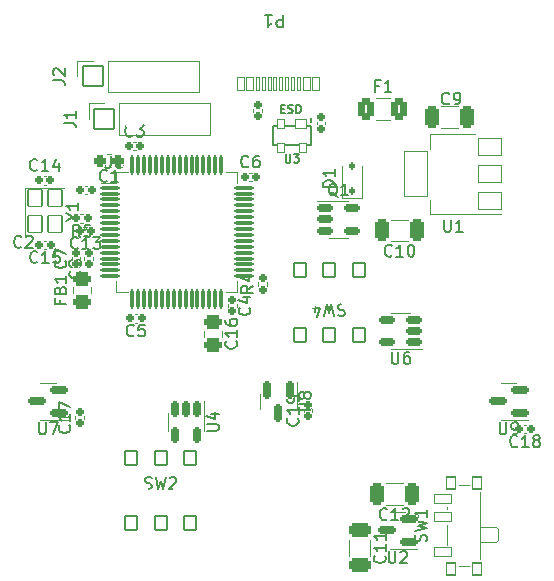
<source format=gbr>
%TF.GenerationSoftware,KiCad,Pcbnew,(7.0.0-0)*%
%TF.CreationDate,2023-03-26T23:48:35-05:00*%
%TF.ProjectId,RP2040_minimal,52503230-3430-45f6-9d69-6e696d616c2e,REV1*%
%TF.SameCoordinates,Original*%
%TF.FileFunction,Legend,Top*%
%TF.FilePolarity,Positive*%
%FSLAX46Y46*%
G04 Gerber Fmt 4.6, Leading zero omitted, Abs format (unit mm)*
G04 Created by KiCad (PCBNEW (7.0.0-0)) date 2023-03-26 23:48:35*
%MOMM*%
%LPD*%
G01*
G04 APERTURE LIST*
G04 Aperture macros list*
%AMRoundRect*
0 Rectangle with rounded corners*
0 $1 Rounding radius*
0 $2 $3 $4 $5 $6 $7 $8 $9 X,Y pos of 4 corners*
0 Add a 4 corners polygon primitive as box body*
4,1,4,$2,$3,$4,$5,$6,$7,$8,$9,$2,$3,0*
0 Add four circle primitives for the rounded corners*
1,1,$1+$1,$2,$3*
1,1,$1+$1,$4,$5*
1,1,$1+$1,$6,$7*
1,1,$1+$1,$8,$9*
0 Add four rect primitives between the rounded corners*
20,1,$1+$1,$2,$3,$4,$5,0*
20,1,$1+$1,$4,$5,$6,$7,0*
20,1,$1+$1,$6,$7,$8,$9,0*
20,1,$1+$1,$8,$9,$2,$3,0*%
G04 Aperture macros list end*
%ADD10C,0.150000*%
%ADD11C,0.120000*%
%ADD12RoundRect,0.201000X0.512500X0.150000X-0.512500X0.150000X-0.512500X-0.150000X0.512500X-0.150000X0*%
%ADD13RoundRect,0.301000X0.475000X-0.250000X0.475000X0.250000X-0.475000X0.250000X-0.475000X-0.250000X0*%
%ADD14RoundRect,0.276000X0.225000X0.250000X-0.225000X0.250000X-0.225000X-0.250000X0.225000X-0.250000X0*%
%ADD15RoundRect,0.201000X-0.512500X-0.150000X0.512500X-0.150000X0.512500X0.150000X-0.512500X0.150000X0*%
%ADD16RoundRect,0.051000X0.300000X0.575000X-0.300000X0.575000X-0.300000X-0.575000X0.300000X-0.575000X0*%
%ADD17RoundRect,0.051000X0.150000X0.575000X-0.150000X0.575000X-0.150000X-0.575000X0.150000X-0.575000X0*%
%ADD18O,1.102000X1.902000*%
%ADD19O,1.102000X2.302000*%
%ADD20RoundRect,0.191000X0.140000X0.170000X-0.140000X0.170000X-0.140000X-0.170000X0.140000X-0.170000X0*%
%ADD21RoundRect,0.051000X0.400000X-0.500000X0.400000X0.500000X-0.400000X0.500000X-0.400000X-0.500000X0*%
%ADD22C,1.002000*%
%ADD23RoundRect,0.051000X0.750000X-0.350000X0.750000X0.350000X-0.750000X0.350000X-0.750000X-0.350000X0*%
%ADD24RoundRect,0.201000X0.587500X0.150000X-0.587500X0.150000X-0.587500X-0.150000X0.587500X-0.150000X0*%
%ADD25RoundRect,0.051000X-0.600000X0.700000X-0.600000X-0.700000X0.600000X-0.700000X0.600000X0.700000X0*%
%ADD26RoundRect,0.050000X0.500000X0.350000X-0.500000X0.350000X-0.500000X-0.350000X0.500000X-0.350000X0*%
%ADD27RoundRect,0.050000X0.300000X0.350000X-0.300000X0.350000X-0.300000X-0.350000X0.300000X-0.350000X0*%
%ADD28RoundRect,0.301000X-0.325000X-0.650000X0.325000X-0.650000X0.325000X0.650000X-0.325000X0.650000X0*%
%ADD29RoundRect,0.191000X-0.170000X0.140000X-0.170000X-0.140000X0.170000X-0.140000X0.170000X0.140000X0*%
%ADD30RoundRect,0.301000X-0.650000X0.325000X-0.650000X-0.325000X0.650000X-0.325000X0.650000X0.325000X0*%
%ADD31RoundRect,0.051000X0.500000X0.600000X-0.500000X0.600000X-0.500000X-0.600000X0.500000X-0.600000X0*%
%ADD32RoundRect,0.051000X1.000000X0.750000X-1.000000X0.750000X-1.000000X-0.750000X1.000000X-0.750000X0*%
%ADD33RoundRect,0.051000X1.000000X1.900000X-1.000000X1.900000X-1.000000X-1.900000X1.000000X-1.900000X0*%
%ADD34RoundRect,0.191000X0.170000X-0.140000X0.170000X0.140000X-0.170000X0.140000X-0.170000X-0.140000X0*%
%ADD35RoundRect,0.301000X0.325000X0.650000X-0.325000X0.650000X-0.325000X-0.650000X0.325000X-0.650000X0*%
%ADD36RoundRect,0.051000X-0.500000X-0.600000X0.500000X-0.600000X0.500000X0.600000X-0.500000X0.600000X0*%
%ADD37RoundRect,0.191000X-0.140000X-0.170000X0.140000X-0.170000X0.140000X0.170000X-0.140000X0.170000X0*%
%ADD38RoundRect,0.051000X0.850000X-0.850000X0.850000X0.850000X-0.850000X0.850000X-0.850000X-0.850000X0*%
%ADD39O,1.802000X1.802000*%
%ADD40RoundRect,0.186000X0.135000X0.185000X-0.135000X0.185000X-0.135000X-0.185000X0.135000X-0.185000X0*%
%ADD41RoundRect,0.201000X-0.150000X0.587500X-0.150000X-0.587500X0.150000X-0.587500X0.150000X0.587500X0*%
%ADD42RoundRect,0.201000X-0.150000X0.512500X-0.150000X-0.512500X0.150000X-0.512500X0.150000X0.512500X0*%
%ADD43RoundRect,0.163500X0.112500X-0.187500X0.112500X0.187500X-0.112500X0.187500X-0.112500X-0.187500X0*%
%ADD44RoundRect,0.186000X0.185000X-0.135000X0.185000X0.135000X-0.185000X0.135000X-0.185000X-0.135000X0*%
%ADD45RoundRect,0.126000X-0.700000X-0.075000X0.700000X-0.075000X0.700000X0.075000X-0.700000X0.075000X0*%
%ADD46RoundRect,0.126000X-0.075000X-0.700000X0.075000X-0.700000X0.075000X0.700000X-0.075000X0.700000X0*%
%ADD47RoundRect,0.301000X-0.375000X-0.625000X0.375000X-0.625000X0.375000X0.625000X-0.375000X0.625000X0*%
%ADD48RoundRect,0.301000X-0.475000X0.250000X-0.475000X-0.250000X0.475000X-0.250000X0.475000X0.250000X0*%
%ADD49C,3.302000*%
%ADD50C,1.802000*%
G04 APERTURE END LIST*
D10*
%TO.C,U6*%
X9598095Y4202620D02*
X9598095Y3393096D01*
X9598095Y3393096D02*
X9645714Y3297858D01*
X9645714Y3297858D02*
X9693333Y3250239D01*
X9693333Y3250239D02*
X9788571Y3202620D01*
X9788571Y3202620D02*
X9979047Y3202620D01*
X9979047Y3202620D02*
X10074285Y3250239D01*
X10074285Y3250239D02*
X10121904Y3297858D01*
X10121904Y3297858D02*
X10169523Y3393096D01*
X10169523Y3393096D02*
X10169523Y4202620D01*
X11074285Y4202620D02*
X10883809Y4202620D01*
X10883809Y4202620D02*
X10788571Y4155000D01*
X10788571Y4155000D02*
X10740952Y4107381D01*
X10740952Y4107381D02*
X10645714Y3964524D01*
X10645714Y3964524D02*
X10598095Y3774048D01*
X10598095Y3774048D02*
X10598095Y3393096D01*
X10598095Y3393096D02*
X10645714Y3297858D01*
X10645714Y3297858D02*
X10693333Y3250239D01*
X10693333Y3250239D02*
X10788571Y3202620D01*
X10788571Y3202620D02*
X10979047Y3202620D01*
X10979047Y3202620D02*
X11074285Y3250239D01*
X11074285Y3250239D02*
X11121904Y3297858D01*
X11121904Y3297858D02*
X11169523Y3393096D01*
X11169523Y3393096D02*
X11169523Y3631191D01*
X11169523Y3631191D02*
X11121904Y3726429D01*
X11121904Y3726429D02*
X11074285Y3774048D01*
X11074285Y3774048D02*
X10979047Y3821667D01*
X10979047Y3821667D02*
X10788571Y3821667D01*
X10788571Y3821667D02*
X10693333Y3774048D01*
X10693333Y3774048D02*
X10645714Y3726429D01*
X10645714Y3726429D02*
X10598095Y3631191D01*
%TO.C,FB1*%
X-18466429Y8576667D02*
X-18466429Y8243334D01*
X-17942620Y8243334D02*
X-18942620Y8243334D01*
X-18942620Y8243334D02*
X-18942620Y8719524D01*
X-18466429Y9433810D02*
X-18418810Y9576667D01*
X-18418810Y9576667D02*
X-18371191Y9624286D01*
X-18371191Y9624286D02*
X-18275953Y9671905D01*
X-18275953Y9671905D02*
X-18133096Y9671905D01*
X-18133096Y9671905D02*
X-18037858Y9624286D01*
X-18037858Y9624286D02*
X-17990239Y9576667D01*
X-17990239Y9576667D02*
X-17942620Y9481429D01*
X-17942620Y9481429D02*
X-17942620Y9100477D01*
X-17942620Y9100477D02*
X-18942620Y9100477D01*
X-18942620Y9100477D02*
X-18942620Y9433810D01*
X-18942620Y9433810D02*
X-18895000Y9529048D01*
X-18895000Y9529048D02*
X-18847381Y9576667D01*
X-18847381Y9576667D02*
X-18752143Y9624286D01*
X-18752143Y9624286D02*
X-18656905Y9624286D01*
X-18656905Y9624286D02*
X-18561667Y9576667D01*
X-18561667Y9576667D02*
X-18514048Y9529048D01*
X-18514048Y9529048D02*
X-18466429Y9433810D01*
X-18466429Y9433810D02*
X-18466429Y9100477D01*
X-17942620Y10624286D02*
X-17942620Y10052858D01*
X-17942620Y10338572D02*
X-18942620Y10338572D01*
X-18942620Y10338572D02*
X-18799762Y10243334D01*
X-18799762Y10243334D02*
X-18704524Y10148096D01*
X-18704524Y10148096D02*
X-18656905Y10052858D01*
%TO.C,C1*%
X-14516667Y18697858D02*
X-14564286Y18650239D01*
X-14564286Y18650239D02*
X-14707143Y18602620D01*
X-14707143Y18602620D02*
X-14802381Y18602620D01*
X-14802381Y18602620D02*
X-14945238Y18650239D01*
X-14945238Y18650239D02*
X-15040476Y18745477D01*
X-15040476Y18745477D02*
X-15088095Y18840715D01*
X-15088095Y18840715D02*
X-15135714Y19031191D01*
X-15135714Y19031191D02*
X-15135714Y19174048D01*
X-15135714Y19174048D02*
X-15088095Y19364524D01*
X-15088095Y19364524D02*
X-15040476Y19459762D01*
X-15040476Y19459762D02*
X-14945238Y19555000D01*
X-14945238Y19555000D02*
X-14802381Y19602620D01*
X-14802381Y19602620D02*
X-14707143Y19602620D01*
X-14707143Y19602620D02*
X-14564286Y19555000D01*
X-14564286Y19555000D02*
X-14516667Y19507381D01*
X-13564286Y18602620D02*
X-14135714Y18602620D01*
X-13850000Y18602620D02*
X-13850000Y19602620D01*
X-13850000Y19602620D02*
X-13945238Y19459762D01*
X-13945238Y19459762D02*
X-14040476Y19364524D01*
X-14040476Y19364524D02*
X-14135714Y19316905D01*
%TO.C,Q1*%
X5012261Y17352381D02*
X4917023Y17400000D01*
X4917023Y17400000D02*
X4821785Y17495239D01*
X4821785Y17495239D02*
X4678928Y17638096D01*
X4678928Y17638096D02*
X4583690Y17685715D01*
X4583690Y17685715D02*
X4488452Y17685715D01*
X4536071Y17447620D02*
X4440833Y17495239D01*
X4440833Y17495239D02*
X4345595Y17590477D01*
X4345595Y17590477D02*
X4297976Y17780953D01*
X4297976Y17780953D02*
X4297976Y18114286D01*
X4297976Y18114286D02*
X4345595Y18304762D01*
X4345595Y18304762D02*
X4440833Y18400000D01*
X4440833Y18400000D02*
X4536071Y18447620D01*
X4536071Y18447620D02*
X4726547Y18447620D01*
X4726547Y18447620D02*
X4821785Y18400000D01*
X4821785Y18400000D02*
X4917023Y18304762D01*
X4917023Y18304762D02*
X4964642Y18114286D01*
X4964642Y18114286D02*
X4964642Y17780953D01*
X4964642Y17780953D02*
X4917023Y17590477D01*
X4917023Y17590477D02*
X4821785Y17495239D01*
X4821785Y17495239D02*
X4726547Y17447620D01*
X4726547Y17447620D02*
X4536071Y17447620D01*
X5917023Y17447620D02*
X5345595Y17447620D01*
X5631309Y17447620D02*
X5631309Y18447620D01*
X5631309Y18447620D02*
X5536071Y18304762D01*
X5536071Y18304762D02*
X5440833Y18209524D01*
X5440833Y18209524D02*
X5345595Y18161905D01*
%TO.C,P1*%
X388094Y32737381D02*
X388094Y31737381D01*
X388094Y31737381D02*
X7142Y31737381D01*
X7142Y31737381D02*
X-88096Y31785000D01*
X-88096Y31785000D02*
X-135715Y31832620D01*
X-135715Y31832620D02*
X-183334Y31927858D01*
X-183334Y31927858D02*
X-183334Y32070715D01*
X-183334Y32070715D02*
X-135715Y32165953D01*
X-135715Y32165953D02*
X-88096Y32213572D01*
X-88096Y32213572D02*
X7142Y32261191D01*
X7142Y32261191D02*
X388094Y32261191D01*
X-1135715Y32737381D02*
X-564287Y32737381D01*
X-850001Y32737381D02*
X-850001Y31737381D01*
X-850001Y31737381D02*
X-754763Y31880239D01*
X-754763Y31880239D02*
X-659525Y31975477D01*
X-659525Y31975477D02*
X-564287Y32023096D01*
%TO.C,C5*%
X-12226667Y5607858D02*
X-12274286Y5560239D01*
X-12274286Y5560239D02*
X-12417143Y5512620D01*
X-12417143Y5512620D02*
X-12512381Y5512620D01*
X-12512381Y5512620D02*
X-12655238Y5560239D01*
X-12655238Y5560239D02*
X-12750476Y5655477D01*
X-12750476Y5655477D02*
X-12798095Y5750715D01*
X-12798095Y5750715D02*
X-12845714Y5941191D01*
X-12845714Y5941191D02*
X-12845714Y6084048D01*
X-12845714Y6084048D02*
X-12798095Y6274524D01*
X-12798095Y6274524D02*
X-12750476Y6369762D01*
X-12750476Y6369762D02*
X-12655238Y6465000D01*
X-12655238Y6465000D02*
X-12512381Y6512620D01*
X-12512381Y6512620D02*
X-12417143Y6512620D01*
X-12417143Y6512620D02*
X-12274286Y6465000D01*
X-12274286Y6465000D02*
X-12226667Y6417381D01*
X-11321905Y6512620D02*
X-11798095Y6512620D01*
X-11798095Y6512620D02*
X-11845714Y6036429D01*
X-11845714Y6036429D02*
X-11798095Y6084048D01*
X-11798095Y6084048D02*
X-11702857Y6131667D01*
X-11702857Y6131667D02*
X-11464762Y6131667D01*
X-11464762Y6131667D02*
X-11369524Y6084048D01*
X-11369524Y6084048D02*
X-11321905Y6036429D01*
X-11321905Y6036429D02*
X-11274286Y5941191D01*
X-11274286Y5941191D02*
X-11274286Y5703096D01*
X-11274286Y5703096D02*
X-11321905Y5607858D01*
X-11321905Y5607858D02*
X-11369524Y5560239D01*
X-11369524Y5560239D02*
X-11464762Y5512620D01*
X-11464762Y5512620D02*
X-11702857Y5512620D01*
X-11702857Y5512620D02*
X-11798095Y5560239D01*
X-11798095Y5560239D02*
X-11845714Y5607858D01*
%TO.C,SW1*%
X12499761Y-11853332D02*
X12547380Y-11710475D01*
X12547380Y-11710475D02*
X12547380Y-11472380D01*
X12547380Y-11472380D02*
X12499761Y-11377142D01*
X12499761Y-11377142D02*
X12452142Y-11329523D01*
X12452142Y-11329523D02*
X12356904Y-11281904D01*
X12356904Y-11281904D02*
X12261666Y-11281904D01*
X12261666Y-11281904D02*
X12166428Y-11329523D01*
X12166428Y-11329523D02*
X12118809Y-11377142D01*
X12118809Y-11377142D02*
X12071190Y-11472380D01*
X12071190Y-11472380D02*
X12023571Y-11662856D01*
X12023571Y-11662856D02*
X11975952Y-11758094D01*
X11975952Y-11758094D02*
X11928333Y-11805713D01*
X11928333Y-11805713D02*
X11833095Y-11853332D01*
X11833095Y-11853332D02*
X11737857Y-11853332D01*
X11737857Y-11853332D02*
X11642619Y-11805713D01*
X11642619Y-11805713D02*
X11595000Y-11758094D01*
X11595000Y-11758094D02*
X11547380Y-11662856D01*
X11547380Y-11662856D02*
X11547380Y-11424761D01*
X11547380Y-11424761D02*
X11595000Y-11281904D01*
X11547380Y-10948570D02*
X12547380Y-10710475D01*
X12547380Y-10710475D02*
X11833095Y-10519999D01*
X11833095Y-10519999D02*
X12547380Y-10329523D01*
X12547380Y-10329523D02*
X11547380Y-10091428D01*
X12547380Y-9186666D02*
X12547380Y-9758094D01*
X12547380Y-9472380D02*
X11547380Y-9472380D01*
X11547380Y-9472380D02*
X11690238Y-9567618D01*
X11690238Y-9567618D02*
X11785476Y-9662856D01*
X11785476Y-9662856D02*
X11833095Y-9758094D01*
%TO.C,U9*%
X18738095Y-1767380D02*
X18738095Y-2576904D01*
X18738095Y-2576904D02*
X18785714Y-2672142D01*
X18785714Y-2672142D02*
X18833333Y-2719761D01*
X18833333Y-2719761D02*
X18928571Y-2767380D01*
X18928571Y-2767380D02*
X19119047Y-2767380D01*
X19119047Y-2767380D02*
X19214285Y-2719761D01*
X19214285Y-2719761D02*
X19261904Y-2672142D01*
X19261904Y-2672142D02*
X19309523Y-2576904D01*
X19309523Y-2576904D02*
X19309523Y-1767380D01*
X19833333Y-2767380D02*
X20023809Y-2767380D01*
X20023809Y-2767380D02*
X20119047Y-2719761D01*
X20119047Y-2719761D02*
X20166666Y-2672142D01*
X20166666Y-2672142D02*
X20261904Y-2529285D01*
X20261904Y-2529285D02*
X20309523Y-2338809D01*
X20309523Y-2338809D02*
X20309523Y-1957857D01*
X20309523Y-1957857D02*
X20261904Y-1862619D01*
X20261904Y-1862619D02*
X20214285Y-1815000D01*
X20214285Y-1815000D02*
X20119047Y-1767380D01*
X20119047Y-1767380D02*
X19928571Y-1767380D01*
X19928571Y-1767380D02*
X19833333Y-1815000D01*
X19833333Y-1815000D02*
X19785714Y-1862619D01*
X19785714Y-1862619D02*
X19738095Y-1957857D01*
X19738095Y-1957857D02*
X19738095Y-2195952D01*
X19738095Y-2195952D02*
X19785714Y-2291190D01*
X19785714Y-2291190D02*
X19833333Y-2338809D01*
X19833333Y-2338809D02*
X19928571Y-2386428D01*
X19928571Y-2386428D02*
X20119047Y-2386428D01*
X20119047Y-2386428D02*
X20214285Y-2338809D01*
X20214285Y-2338809D02*
X20261904Y-2291190D01*
X20261904Y-2291190D02*
X20309523Y-2195952D01*
%TO.C,U2*%
X9338095Y-12677380D02*
X9338095Y-13486904D01*
X9338095Y-13486904D02*
X9385714Y-13582142D01*
X9385714Y-13582142D02*
X9433333Y-13629761D01*
X9433333Y-13629761D02*
X9528571Y-13677380D01*
X9528571Y-13677380D02*
X9719047Y-13677380D01*
X9719047Y-13677380D02*
X9814285Y-13629761D01*
X9814285Y-13629761D02*
X9861904Y-13582142D01*
X9861904Y-13582142D02*
X9909523Y-13486904D01*
X9909523Y-13486904D02*
X9909523Y-12677380D01*
X10338095Y-12772619D02*
X10385714Y-12725000D01*
X10385714Y-12725000D02*
X10480952Y-12677380D01*
X10480952Y-12677380D02*
X10719047Y-12677380D01*
X10719047Y-12677380D02*
X10814285Y-12725000D01*
X10814285Y-12725000D02*
X10861904Y-12772619D01*
X10861904Y-12772619D02*
X10909523Y-12867857D01*
X10909523Y-12867857D02*
X10909523Y-12963095D01*
X10909523Y-12963095D02*
X10861904Y-13105952D01*
X10861904Y-13105952D02*
X10290476Y-13677380D01*
X10290476Y-13677380D02*
X10909523Y-13677380D01*
%TO.C,Y1*%
X-17418810Y15628810D02*
X-16942620Y15628810D01*
X-17942620Y15295477D02*
X-17418810Y15628810D01*
X-17418810Y15628810D02*
X-17942620Y15962143D01*
X-16942620Y16819286D02*
X-16942620Y16247858D01*
X-16942620Y16533572D02*
X-17942620Y16533572D01*
X-17942620Y16533572D02*
X-17799762Y16438334D01*
X-17799762Y16438334D02*
X-17704524Y16343096D01*
X-17704524Y16343096D02*
X-17656905Y16247858D01*
%TO.C,U3*%
X626666Y20922834D02*
X626666Y20356167D01*
X626666Y20356167D02*
X660000Y20289500D01*
X660000Y20289500D02*
X693333Y20256167D01*
X693333Y20256167D02*
X760000Y20222834D01*
X760000Y20222834D02*
X893333Y20222834D01*
X893333Y20222834D02*
X960000Y20256167D01*
X960000Y20256167D02*
X993333Y20289500D01*
X993333Y20289500D02*
X1026666Y20356167D01*
X1026666Y20356167D02*
X1026666Y20922834D01*
X1293333Y20922834D02*
X1726666Y20922834D01*
X1726666Y20922834D02*
X1493333Y20656167D01*
X1493333Y20656167D02*
X1593333Y20656167D01*
X1593333Y20656167D02*
X1659999Y20622834D01*
X1659999Y20622834D02*
X1693333Y20589500D01*
X1693333Y20589500D02*
X1726666Y20522834D01*
X1726666Y20522834D02*
X1726666Y20356167D01*
X1726666Y20356167D02*
X1693333Y20289500D01*
X1693333Y20289500D02*
X1659999Y20256167D01*
X1659999Y20256167D02*
X1593333Y20222834D01*
X1593333Y20222834D02*
X1393333Y20222834D01*
X1393333Y20222834D02*
X1326666Y20256167D01*
X1326666Y20256167D02*
X1293333Y20289500D01*
X211666Y24784500D02*
X445000Y24784500D01*
X545000Y24417834D02*
X211666Y24417834D01*
X211666Y24417834D02*
X211666Y25117834D01*
X211666Y25117834D02*
X545000Y25117834D01*
X811666Y24451167D02*
X911666Y24417834D01*
X911666Y24417834D02*
X1078333Y24417834D01*
X1078333Y24417834D02*
X1144999Y24451167D01*
X1144999Y24451167D02*
X1178333Y24484500D01*
X1178333Y24484500D02*
X1211666Y24551167D01*
X1211666Y24551167D02*
X1211666Y24617834D01*
X1211666Y24617834D02*
X1178333Y24684500D01*
X1178333Y24684500D02*
X1144999Y24717834D01*
X1144999Y24717834D02*
X1078333Y24751167D01*
X1078333Y24751167D02*
X944999Y24784500D01*
X944999Y24784500D02*
X878333Y24817834D01*
X878333Y24817834D02*
X844999Y24851167D01*
X844999Y24851167D02*
X811666Y24917834D01*
X811666Y24917834D02*
X811666Y24984500D01*
X811666Y24984500D02*
X844999Y25051167D01*
X844999Y25051167D02*
X878333Y25084500D01*
X878333Y25084500D02*
X944999Y25117834D01*
X944999Y25117834D02*
X1111666Y25117834D01*
X1111666Y25117834D02*
X1211666Y25084500D01*
X1511666Y24417834D02*
X1511666Y25117834D01*
X1511666Y25117834D02*
X1678333Y25117834D01*
X1678333Y25117834D02*
X1778333Y25084500D01*
X1778333Y25084500D02*
X1845000Y25017834D01*
X1845000Y25017834D02*
X1878333Y24951167D01*
X1878333Y24951167D02*
X1911666Y24817834D01*
X1911666Y24817834D02*
X1911666Y24717834D01*
X1911666Y24717834D02*
X1878333Y24584500D01*
X1878333Y24584500D02*
X1845000Y24517834D01*
X1845000Y24517834D02*
X1778333Y24451167D01*
X1778333Y24451167D02*
X1678333Y24417834D01*
X1678333Y24417834D02*
X1511666Y24417834D01*
%TO.C,C9*%
X14463333Y25237858D02*
X14415714Y25190239D01*
X14415714Y25190239D02*
X14272857Y25142620D01*
X14272857Y25142620D02*
X14177619Y25142620D01*
X14177619Y25142620D02*
X14034762Y25190239D01*
X14034762Y25190239D02*
X13939524Y25285477D01*
X13939524Y25285477D02*
X13891905Y25380715D01*
X13891905Y25380715D02*
X13844286Y25571191D01*
X13844286Y25571191D02*
X13844286Y25714048D01*
X13844286Y25714048D02*
X13891905Y25904524D01*
X13891905Y25904524D02*
X13939524Y25999762D01*
X13939524Y25999762D02*
X14034762Y26095000D01*
X14034762Y26095000D02*
X14177619Y26142620D01*
X14177619Y26142620D02*
X14272857Y26142620D01*
X14272857Y26142620D02*
X14415714Y26095000D01*
X14415714Y26095000D02*
X14463333Y26047381D01*
X14939524Y25142620D02*
X15130000Y25142620D01*
X15130000Y25142620D02*
X15225238Y25190239D01*
X15225238Y25190239D02*
X15272857Y25237858D01*
X15272857Y25237858D02*
X15368095Y25380715D01*
X15368095Y25380715D02*
X15415714Y25571191D01*
X15415714Y25571191D02*
X15415714Y25952143D01*
X15415714Y25952143D02*
X15368095Y26047381D01*
X15368095Y26047381D02*
X15320476Y26095000D01*
X15320476Y26095000D02*
X15225238Y26142620D01*
X15225238Y26142620D02*
X15034762Y26142620D01*
X15034762Y26142620D02*
X14939524Y26095000D01*
X14939524Y26095000D02*
X14891905Y26047381D01*
X14891905Y26047381D02*
X14844286Y25952143D01*
X14844286Y25952143D02*
X14844286Y25714048D01*
X14844286Y25714048D02*
X14891905Y25618810D01*
X14891905Y25618810D02*
X14939524Y25571191D01*
X14939524Y25571191D02*
X15034762Y25523572D01*
X15034762Y25523572D02*
X15225238Y25523572D01*
X15225238Y25523572D02*
X15320476Y25571191D01*
X15320476Y25571191D02*
X15368095Y25618810D01*
X15368095Y25618810D02*
X15415714Y25714048D01*
%TO.C,C2*%
X-21756667Y13117858D02*
X-21804286Y13070239D01*
X-21804286Y13070239D02*
X-21947143Y13022620D01*
X-21947143Y13022620D02*
X-22042381Y13022620D01*
X-22042381Y13022620D02*
X-22185238Y13070239D01*
X-22185238Y13070239D02*
X-22280476Y13165477D01*
X-22280476Y13165477D02*
X-22328095Y13260715D01*
X-22328095Y13260715D02*
X-22375714Y13451191D01*
X-22375714Y13451191D02*
X-22375714Y13594048D01*
X-22375714Y13594048D02*
X-22328095Y13784524D01*
X-22328095Y13784524D02*
X-22280476Y13879762D01*
X-22280476Y13879762D02*
X-22185238Y13975000D01*
X-22185238Y13975000D02*
X-22042381Y14022620D01*
X-22042381Y14022620D02*
X-21947143Y14022620D01*
X-21947143Y14022620D02*
X-21804286Y13975000D01*
X-21804286Y13975000D02*
X-21756667Y13927381D01*
X-21375714Y13927381D02*
X-21328095Y13975000D01*
X-21328095Y13975000D02*
X-21232857Y14022620D01*
X-21232857Y14022620D02*
X-20994762Y14022620D01*
X-20994762Y14022620D02*
X-20899524Y13975000D01*
X-20899524Y13975000D02*
X-20851905Y13927381D01*
X-20851905Y13927381D02*
X-20804286Y13832143D01*
X-20804286Y13832143D02*
X-20804286Y13736905D01*
X-20804286Y13736905D02*
X-20851905Y13594048D01*
X-20851905Y13594048D02*
X-21423333Y13022620D01*
X-21423333Y13022620D02*
X-20804286Y13022620D01*
%TO.C,C11*%
X8994642Y-13042857D02*
X9042261Y-13090476D01*
X9042261Y-13090476D02*
X9089880Y-13233333D01*
X9089880Y-13233333D02*
X9089880Y-13328571D01*
X9089880Y-13328571D02*
X9042261Y-13471428D01*
X9042261Y-13471428D02*
X8947023Y-13566666D01*
X8947023Y-13566666D02*
X8851785Y-13614285D01*
X8851785Y-13614285D02*
X8661309Y-13661904D01*
X8661309Y-13661904D02*
X8518452Y-13661904D01*
X8518452Y-13661904D02*
X8327976Y-13614285D01*
X8327976Y-13614285D02*
X8232738Y-13566666D01*
X8232738Y-13566666D02*
X8137500Y-13471428D01*
X8137500Y-13471428D02*
X8089880Y-13328571D01*
X8089880Y-13328571D02*
X8089880Y-13233333D01*
X8089880Y-13233333D02*
X8137500Y-13090476D01*
X8137500Y-13090476D02*
X8185119Y-13042857D01*
X9089880Y-12090476D02*
X9089880Y-12661904D01*
X9089880Y-12376190D02*
X8089880Y-12376190D01*
X8089880Y-12376190D02*
X8232738Y-12471428D01*
X8232738Y-12471428D02*
X8327976Y-12566666D01*
X8327976Y-12566666D02*
X8375595Y-12661904D01*
X9089880Y-11138095D02*
X9089880Y-11709523D01*
X9089880Y-11423809D02*
X8089880Y-11423809D01*
X8089880Y-11423809D02*
X8232738Y-11519047D01*
X8232738Y-11519047D02*
X8327976Y-11614285D01*
X8327976Y-11614285D02*
X8375595Y-11709523D01*
%TO.C,SW4*%
X5633332Y8189762D02*
X5490475Y8237381D01*
X5490475Y8237381D02*
X5252380Y8237381D01*
X5252380Y8237381D02*
X5157142Y8189762D01*
X5157142Y8189762D02*
X5109523Y8142143D01*
X5109523Y8142143D02*
X5061904Y8046905D01*
X5061904Y8046905D02*
X5061904Y7951667D01*
X5061904Y7951667D02*
X5109523Y7856429D01*
X5109523Y7856429D02*
X5157142Y7808810D01*
X5157142Y7808810D02*
X5252380Y7761191D01*
X5252380Y7761191D02*
X5442856Y7713572D01*
X5442856Y7713572D02*
X5538094Y7665953D01*
X5538094Y7665953D02*
X5585713Y7618334D01*
X5585713Y7618334D02*
X5633332Y7523096D01*
X5633332Y7523096D02*
X5633332Y7427858D01*
X5633332Y7427858D02*
X5585713Y7332620D01*
X5585713Y7332620D02*
X5538094Y7285000D01*
X5538094Y7285000D02*
X5442856Y7237381D01*
X5442856Y7237381D02*
X5204761Y7237381D01*
X5204761Y7237381D02*
X5061904Y7285000D01*
X4728570Y7237381D02*
X4490475Y8237381D01*
X4490475Y8237381D02*
X4299999Y7523096D01*
X4299999Y7523096D02*
X4109523Y8237381D01*
X4109523Y8237381D02*
X3871428Y7237381D01*
X3061904Y7570715D02*
X3061904Y8237381D01*
X3299999Y7189762D02*
X3538094Y7904048D01*
X3538094Y7904048D02*
X2919047Y7904048D01*
%TO.C,U1*%
X14028095Y15372620D02*
X14028095Y14563096D01*
X14028095Y14563096D02*
X14075714Y14467858D01*
X14075714Y14467858D02*
X14123333Y14420239D01*
X14123333Y14420239D02*
X14218571Y14372620D01*
X14218571Y14372620D02*
X14409047Y14372620D01*
X14409047Y14372620D02*
X14504285Y14420239D01*
X14504285Y14420239D02*
X14551904Y14467858D01*
X14551904Y14467858D02*
X14599523Y14563096D01*
X14599523Y14563096D02*
X14599523Y15372620D01*
X15599523Y14372620D02*
X15028095Y14372620D01*
X15313809Y14372620D02*
X15313809Y15372620D01*
X15313809Y15372620D02*
X15218571Y15229762D01*
X15218571Y15229762D02*
X15123333Y15134524D01*
X15123333Y15134524D02*
X15028095Y15086905D01*
%TO.C,C17*%
X-17707858Y-2022857D02*
X-17660239Y-2070476D01*
X-17660239Y-2070476D02*
X-17612620Y-2213333D01*
X-17612620Y-2213333D02*
X-17612620Y-2308571D01*
X-17612620Y-2308571D02*
X-17660239Y-2451428D01*
X-17660239Y-2451428D02*
X-17755477Y-2546666D01*
X-17755477Y-2546666D02*
X-17850715Y-2594285D01*
X-17850715Y-2594285D02*
X-18041191Y-2641904D01*
X-18041191Y-2641904D02*
X-18184048Y-2641904D01*
X-18184048Y-2641904D02*
X-18374524Y-2594285D01*
X-18374524Y-2594285D02*
X-18469762Y-2546666D01*
X-18469762Y-2546666D02*
X-18565000Y-2451428D01*
X-18565000Y-2451428D02*
X-18612620Y-2308571D01*
X-18612620Y-2308571D02*
X-18612620Y-2213333D01*
X-18612620Y-2213333D02*
X-18565000Y-2070476D01*
X-18565000Y-2070476D02*
X-18517381Y-2022857D01*
X-17612620Y-1070476D02*
X-17612620Y-1641904D01*
X-17612620Y-1356190D02*
X-18612620Y-1356190D01*
X-18612620Y-1356190D02*
X-18469762Y-1451428D01*
X-18469762Y-1451428D02*
X-18374524Y-1546666D01*
X-18374524Y-1546666D02*
X-18326905Y-1641904D01*
X-18612620Y-737142D02*
X-18612620Y-70476D01*
X-18612620Y-70476D02*
X-17612620Y-499047D01*
%TO.C,C8*%
X-16817858Y11023334D02*
X-16770239Y10975715D01*
X-16770239Y10975715D02*
X-16722620Y10832858D01*
X-16722620Y10832858D02*
X-16722620Y10737620D01*
X-16722620Y10737620D02*
X-16770239Y10594763D01*
X-16770239Y10594763D02*
X-16865477Y10499525D01*
X-16865477Y10499525D02*
X-16960715Y10451906D01*
X-16960715Y10451906D02*
X-17151191Y10404287D01*
X-17151191Y10404287D02*
X-17294048Y10404287D01*
X-17294048Y10404287D02*
X-17484524Y10451906D01*
X-17484524Y10451906D02*
X-17579762Y10499525D01*
X-17579762Y10499525D02*
X-17675000Y10594763D01*
X-17675000Y10594763D02*
X-17722620Y10737620D01*
X-17722620Y10737620D02*
X-17722620Y10832858D01*
X-17722620Y10832858D02*
X-17675000Y10975715D01*
X-17675000Y10975715D02*
X-17627381Y11023334D01*
X-17294048Y11594763D02*
X-17341667Y11499525D01*
X-17341667Y11499525D02*
X-17389286Y11451906D01*
X-17389286Y11451906D02*
X-17484524Y11404287D01*
X-17484524Y11404287D02*
X-17532143Y11404287D01*
X-17532143Y11404287D02*
X-17627381Y11451906D01*
X-17627381Y11451906D02*
X-17675000Y11499525D01*
X-17675000Y11499525D02*
X-17722620Y11594763D01*
X-17722620Y11594763D02*
X-17722620Y11785239D01*
X-17722620Y11785239D02*
X-17675000Y11880477D01*
X-17675000Y11880477D02*
X-17627381Y11928096D01*
X-17627381Y11928096D02*
X-17532143Y11975715D01*
X-17532143Y11975715D02*
X-17484524Y11975715D01*
X-17484524Y11975715D02*
X-17389286Y11928096D01*
X-17389286Y11928096D02*
X-17341667Y11880477D01*
X-17341667Y11880477D02*
X-17294048Y11785239D01*
X-17294048Y11785239D02*
X-17294048Y11594763D01*
X-17294048Y11594763D02*
X-17246429Y11499525D01*
X-17246429Y11499525D02*
X-17198810Y11451906D01*
X-17198810Y11451906D02*
X-17103572Y11404287D01*
X-17103572Y11404287D02*
X-16913096Y11404287D01*
X-16913096Y11404287D02*
X-16817858Y11451906D01*
X-16817858Y11451906D02*
X-16770239Y11499525D01*
X-16770239Y11499525D02*
X-16722620Y11594763D01*
X-16722620Y11594763D02*
X-16722620Y11785239D01*
X-16722620Y11785239D02*
X-16770239Y11880477D01*
X-16770239Y11880477D02*
X-16817858Y11928096D01*
X-16817858Y11928096D02*
X-16913096Y11975715D01*
X-16913096Y11975715D02*
X-17103572Y11975715D01*
X-17103572Y11975715D02*
X-17198810Y11928096D01*
X-17198810Y11928096D02*
X-17246429Y11880477D01*
X-17246429Y11880477D02*
X-17294048Y11785239D01*
%TO.C,C10*%
X9617142Y12357858D02*
X9569523Y12310239D01*
X9569523Y12310239D02*
X9426666Y12262620D01*
X9426666Y12262620D02*
X9331428Y12262620D01*
X9331428Y12262620D02*
X9188571Y12310239D01*
X9188571Y12310239D02*
X9093333Y12405477D01*
X9093333Y12405477D02*
X9045714Y12500715D01*
X9045714Y12500715D02*
X8998095Y12691191D01*
X8998095Y12691191D02*
X8998095Y12834048D01*
X8998095Y12834048D02*
X9045714Y13024524D01*
X9045714Y13024524D02*
X9093333Y13119762D01*
X9093333Y13119762D02*
X9188571Y13215000D01*
X9188571Y13215000D02*
X9331428Y13262620D01*
X9331428Y13262620D02*
X9426666Y13262620D01*
X9426666Y13262620D02*
X9569523Y13215000D01*
X9569523Y13215000D02*
X9617142Y13167381D01*
X10569523Y12262620D02*
X9998095Y12262620D01*
X10283809Y12262620D02*
X10283809Y13262620D01*
X10283809Y13262620D02*
X10188571Y13119762D01*
X10188571Y13119762D02*
X10093333Y13024524D01*
X10093333Y13024524D02*
X9998095Y12976905D01*
X11188571Y13262620D02*
X11283809Y13262620D01*
X11283809Y13262620D02*
X11379047Y13215000D01*
X11379047Y13215000D02*
X11426666Y13167381D01*
X11426666Y13167381D02*
X11474285Y13072143D01*
X11474285Y13072143D02*
X11521904Y12881667D01*
X11521904Y12881667D02*
X11521904Y12643572D01*
X11521904Y12643572D02*
X11474285Y12453096D01*
X11474285Y12453096D02*
X11426666Y12357858D01*
X11426666Y12357858D02*
X11379047Y12310239D01*
X11379047Y12310239D02*
X11283809Y12262620D01*
X11283809Y12262620D02*
X11188571Y12262620D01*
X11188571Y12262620D02*
X11093333Y12310239D01*
X11093333Y12310239D02*
X11045714Y12357858D01*
X11045714Y12357858D02*
X10998095Y12453096D01*
X10998095Y12453096D02*
X10950476Y12643572D01*
X10950476Y12643572D02*
X10950476Y12881667D01*
X10950476Y12881667D02*
X10998095Y13072143D01*
X10998095Y13072143D02*
X11045714Y13167381D01*
X11045714Y13167381D02*
X11093333Y13215000D01*
X11093333Y13215000D02*
X11188571Y13262620D01*
%TO.C,SW2*%
X-11293333Y-7369761D02*
X-11150476Y-7417380D01*
X-11150476Y-7417380D02*
X-10912381Y-7417380D01*
X-10912381Y-7417380D02*
X-10817143Y-7369761D01*
X-10817143Y-7369761D02*
X-10769524Y-7322142D01*
X-10769524Y-7322142D02*
X-10721905Y-7226904D01*
X-10721905Y-7226904D02*
X-10721905Y-7131666D01*
X-10721905Y-7131666D02*
X-10769524Y-7036428D01*
X-10769524Y-7036428D02*
X-10817143Y-6988809D01*
X-10817143Y-6988809D02*
X-10912381Y-6941190D01*
X-10912381Y-6941190D02*
X-11102857Y-6893571D01*
X-11102857Y-6893571D02*
X-11198095Y-6845952D01*
X-11198095Y-6845952D02*
X-11245714Y-6798333D01*
X-11245714Y-6798333D02*
X-11293333Y-6703095D01*
X-11293333Y-6703095D02*
X-11293333Y-6607857D01*
X-11293333Y-6607857D02*
X-11245714Y-6512619D01*
X-11245714Y-6512619D02*
X-11198095Y-6465000D01*
X-11198095Y-6465000D02*
X-11102857Y-6417380D01*
X-11102857Y-6417380D02*
X-10864762Y-6417380D01*
X-10864762Y-6417380D02*
X-10721905Y-6465000D01*
X-10388571Y-6417380D02*
X-10150476Y-7417380D01*
X-10150476Y-7417380D02*
X-9960000Y-6703095D01*
X-9960000Y-6703095D02*
X-9769524Y-7417380D01*
X-9769524Y-7417380D02*
X-9531428Y-6417380D01*
X-9198095Y-6512619D02*
X-9150476Y-6465000D01*
X-9150476Y-6465000D02*
X-9055238Y-6417380D01*
X-9055238Y-6417380D02*
X-8817143Y-6417380D01*
X-8817143Y-6417380D02*
X-8721905Y-6465000D01*
X-8721905Y-6465000D02*
X-8674286Y-6512619D01*
X-8674286Y-6512619D02*
X-8626667Y-6607857D01*
X-8626667Y-6607857D02*
X-8626667Y-6703095D01*
X-8626667Y-6703095D02*
X-8674286Y-6845952D01*
X-8674286Y-6845952D02*
X-9245714Y-7417380D01*
X-9245714Y-7417380D02*
X-8626667Y-7417380D01*
%TO.C,C3*%
X-12361667Y22517858D02*
X-12409286Y22470239D01*
X-12409286Y22470239D02*
X-12552143Y22422620D01*
X-12552143Y22422620D02*
X-12647381Y22422620D01*
X-12647381Y22422620D02*
X-12790238Y22470239D01*
X-12790238Y22470239D02*
X-12885476Y22565477D01*
X-12885476Y22565477D02*
X-12933095Y22660715D01*
X-12933095Y22660715D02*
X-12980714Y22851191D01*
X-12980714Y22851191D02*
X-12980714Y22994048D01*
X-12980714Y22994048D02*
X-12933095Y23184524D01*
X-12933095Y23184524D02*
X-12885476Y23279762D01*
X-12885476Y23279762D02*
X-12790238Y23375000D01*
X-12790238Y23375000D02*
X-12647381Y23422620D01*
X-12647381Y23422620D02*
X-12552143Y23422620D01*
X-12552143Y23422620D02*
X-12409286Y23375000D01*
X-12409286Y23375000D02*
X-12361667Y23327381D01*
X-12028333Y23422620D02*
X-11409286Y23422620D01*
X-11409286Y23422620D02*
X-11742619Y23041667D01*
X-11742619Y23041667D02*
X-11599762Y23041667D01*
X-11599762Y23041667D02*
X-11504524Y22994048D01*
X-11504524Y22994048D02*
X-11456905Y22946429D01*
X-11456905Y22946429D02*
X-11409286Y22851191D01*
X-11409286Y22851191D02*
X-11409286Y22613096D01*
X-11409286Y22613096D02*
X-11456905Y22517858D01*
X-11456905Y22517858D02*
X-11504524Y22470239D01*
X-11504524Y22470239D02*
X-11599762Y22422620D01*
X-11599762Y22422620D02*
X-11885476Y22422620D01*
X-11885476Y22422620D02*
X-11980714Y22470239D01*
X-11980714Y22470239D02*
X-12028333Y22517858D01*
%TO.C,J2*%
X-19082620Y27191667D02*
X-18368334Y27191667D01*
X-18368334Y27191667D02*
X-18225477Y27144048D01*
X-18225477Y27144048D02*
X-18130239Y27048810D01*
X-18130239Y27048810D02*
X-18082620Y26905953D01*
X-18082620Y26905953D02*
X-18082620Y26810715D01*
X-18987381Y27620239D02*
X-19035000Y27667858D01*
X-19035000Y27667858D02*
X-19082620Y27763096D01*
X-19082620Y27763096D02*
X-19082620Y28001191D01*
X-19082620Y28001191D02*
X-19035000Y28096429D01*
X-19035000Y28096429D02*
X-18987381Y28144048D01*
X-18987381Y28144048D02*
X-18892143Y28191667D01*
X-18892143Y28191667D02*
X-18796905Y28191667D01*
X-18796905Y28191667D02*
X-18654048Y28144048D01*
X-18654048Y28144048D02*
X-18082620Y27572620D01*
X-18082620Y27572620D02*
X-18082620Y28191667D01*
%TO.C,C13*%
X-16972858Y12997858D02*
X-17020477Y12950239D01*
X-17020477Y12950239D02*
X-17163334Y12902620D01*
X-17163334Y12902620D02*
X-17258572Y12902620D01*
X-17258572Y12902620D02*
X-17401429Y12950239D01*
X-17401429Y12950239D02*
X-17496667Y13045477D01*
X-17496667Y13045477D02*
X-17544286Y13140715D01*
X-17544286Y13140715D02*
X-17591905Y13331191D01*
X-17591905Y13331191D02*
X-17591905Y13474048D01*
X-17591905Y13474048D02*
X-17544286Y13664524D01*
X-17544286Y13664524D02*
X-17496667Y13759762D01*
X-17496667Y13759762D02*
X-17401429Y13855000D01*
X-17401429Y13855000D02*
X-17258572Y13902620D01*
X-17258572Y13902620D02*
X-17163334Y13902620D01*
X-17163334Y13902620D02*
X-17020477Y13855000D01*
X-17020477Y13855000D02*
X-16972858Y13807381D01*
X-16020477Y12902620D02*
X-16591905Y12902620D01*
X-16306191Y12902620D02*
X-16306191Y13902620D01*
X-16306191Y13902620D02*
X-16401429Y13759762D01*
X-16401429Y13759762D02*
X-16496667Y13664524D01*
X-16496667Y13664524D02*
X-16591905Y13616905D01*
X-15687143Y13902620D02*
X-15068096Y13902620D01*
X-15068096Y13902620D02*
X-15401429Y13521667D01*
X-15401429Y13521667D02*
X-15258572Y13521667D01*
X-15258572Y13521667D02*
X-15163334Y13474048D01*
X-15163334Y13474048D02*
X-15115715Y13426429D01*
X-15115715Y13426429D02*
X-15068096Y13331191D01*
X-15068096Y13331191D02*
X-15068096Y13093096D01*
X-15068096Y13093096D02*
X-15115715Y12997858D01*
X-15115715Y12997858D02*
X-15163334Y12950239D01*
X-15163334Y12950239D02*
X-15258572Y12902620D01*
X-15258572Y12902620D02*
X-15544286Y12902620D01*
X-15544286Y12902620D02*
X-15639524Y12950239D01*
X-15639524Y12950239D02*
X-15687143Y12997858D01*
%TO.C,R5*%
X-16826667Y13952620D02*
X-17160000Y14428810D01*
X-17398095Y13952620D02*
X-17398095Y14952620D01*
X-17398095Y14952620D02*
X-17017143Y14952620D01*
X-17017143Y14952620D02*
X-16921905Y14905000D01*
X-16921905Y14905000D02*
X-16874286Y14857381D01*
X-16874286Y14857381D02*
X-16826667Y14762143D01*
X-16826667Y14762143D02*
X-16826667Y14619286D01*
X-16826667Y14619286D02*
X-16874286Y14524048D01*
X-16874286Y14524048D02*
X-16921905Y14476429D01*
X-16921905Y14476429D02*
X-17017143Y14428810D01*
X-17017143Y14428810D02*
X-17398095Y14428810D01*
X-15921905Y14952620D02*
X-16398095Y14952620D01*
X-16398095Y14952620D02*
X-16445714Y14476429D01*
X-16445714Y14476429D02*
X-16398095Y14524048D01*
X-16398095Y14524048D02*
X-16302857Y14571667D01*
X-16302857Y14571667D02*
X-16064762Y14571667D01*
X-16064762Y14571667D02*
X-15969524Y14524048D01*
X-15969524Y14524048D02*
X-15921905Y14476429D01*
X-15921905Y14476429D02*
X-15874286Y14381191D01*
X-15874286Y14381191D02*
X-15874286Y14143096D01*
X-15874286Y14143096D02*
X-15921905Y14047858D01*
X-15921905Y14047858D02*
X-15969524Y14000239D01*
X-15969524Y14000239D02*
X-16064762Y13952620D01*
X-16064762Y13952620D02*
X-16302857Y13952620D01*
X-16302857Y13952620D02*
X-16398095Y14000239D01*
X-16398095Y14000239D02*
X-16445714Y14047858D01*
%TO.C,U8*%
X1767380Y-761904D02*
X2576904Y-761904D01*
X2576904Y-761904D02*
X2672142Y-714285D01*
X2672142Y-714285D02*
X2719761Y-666666D01*
X2719761Y-666666D02*
X2767380Y-571428D01*
X2767380Y-571428D02*
X2767380Y-380952D01*
X2767380Y-380952D02*
X2719761Y-285714D01*
X2719761Y-285714D02*
X2672142Y-238095D01*
X2672142Y-238095D02*
X2576904Y-190476D01*
X2576904Y-190476D02*
X1767380Y-190476D01*
X2195952Y428572D02*
X2148333Y333334D01*
X2148333Y333334D02*
X2100714Y285715D01*
X2100714Y285715D02*
X2005476Y238096D01*
X2005476Y238096D02*
X1957857Y238096D01*
X1957857Y238096D02*
X1862619Y285715D01*
X1862619Y285715D02*
X1815000Y333334D01*
X1815000Y333334D02*
X1767380Y428572D01*
X1767380Y428572D02*
X1767380Y619048D01*
X1767380Y619048D02*
X1815000Y714286D01*
X1815000Y714286D02*
X1862619Y761905D01*
X1862619Y761905D02*
X1957857Y809524D01*
X1957857Y809524D02*
X2005476Y809524D01*
X2005476Y809524D02*
X2100714Y761905D01*
X2100714Y761905D02*
X2148333Y714286D01*
X2148333Y714286D02*
X2195952Y619048D01*
X2195952Y619048D02*
X2195952Y428572D01*
X2195952Y428572D02*
X2243571Y333334D01*
X2243571Y333334D02*
X2291190Y285715D01*
X2291190Y285715D02*
X2386428Y238096D01*
X2386428Y238096D02*
X2576904Y238096D01*
X2576904Y238096D02*
X2672142Y285715D01*
X2672142Y285715D02*
X2719761Y333334D01*
X2719761Y333334D02*
X2767380Y428572D01*
X2767380Y428572D02*
X2767380Y619048D01*
X2767380Y619048D02*
X2719761Y714286D01*
X2719761Y714286D02*
X2672142Y761905D01*
X2672142Y761905D02*
X2576904Y809524D01*
X2576904Y809524D02*
X2386428Y809524D01*
X2386428Y809524D02*
X2291190Y761905D01*
X2291190Y761905D02*
X2243571Y714286D01*
X2243571Y714286D02*
X2195952Y619048D01*
%TO.C,C6*%
X-2536667Y19907858D02*
X-2584286Y19860239D01*
X-2584286Y19860239D02*
X-2727143Y19812620D01*
X-2727143Y19812620D02*
X-2822381Y19812620D01*
X-2822381Y19812620D02*
X-2965238Y19860239D01*
X-2965238Y19860239D02*
X-3060476Y19955477D01*
X-3060476Y19955477D02*
X-3108095Y20050715D01*
X-3108095Y20050715D02*
X-3155714Y20241191D01*
X-3155714Y20241191D02*
X-3155714Y20384048D01*
X-3155714Y20384048D02*
X-3108095Y20574524D01*
X-3108095Y20574524D02*
X-3060476Y20669762D01*
X-3060476Y20669762D02*
X-2965238Y20765000D01*
X-2965238Y20765000D02*
X-2822381Y20812620D01*
X-2822381Y20812620D02*
X-2727143Y20812620D01*
X-2727143Y20812620D02*
X-2584286Y20765000D01*
X-2584286Y20765000D02*
X-2536667Y20717381D01*
X-1679524Y20812620D02*
X-1870000Y20812620D01*
X-1870000Y20812620D02*
X-1965238Y20765000D01*
X-1965238Y20765000D02*
X-2012857Y20717381D01*
X-2012857Y20717381D02*
X-2108095Y20574524D01*
X-2108095Y20574524D02*
X-2155714Y20384048D01*
X-2155714Y20384048D02*
X-2155714Y20003096D01*
X-2155714Y20003096D02*
X-2108095Y19907858D01*
X-2108095Y19907858D02*
X-2060476Y19860239D01*
X-2060476Y19860239D02*
X-1965238Y19812620D01*
X-1965238Y19812620D02*
X-1774762Y19812620D01*
X-1774762Y19812620D02*
X-1679524Y19860239D01*
X-1679524Y19860239D02*
X-1631905Y19907858D01*
X-1631905Y19907858D02*
X-1584286Y20003096D01*
X-1584286Y20003096D02*
X-1584286Y20241191D01*
X-1584286Y20241191D02*
X-1631905Y20336429D01*
X-1631905Y20336429D02*
X-1679524Y20384048D01*
X-1679524Y20384048D02*
X-1774762Y20431667D01*
X-1774762Y20431667D02*
X-1965238Y20431667D01*
X-1965238Y20431667D02*
X-2060476Y20384048D01*
X-2060476Y20384048D02*
X-2108095Y20336429D01*
X-2108095Y20336429D02*
X-2155714Y20241191D01*
%TO.C,C19*%
X1622142Y-1422857D02*
X1669761Y-1470476D01*
X1669761Y-1470476D02*
X1717380Y-1613333D01*
X1717380Y-1613333D02*
X1717380Y-1708571D01*
X1717380Y-1708571D02*
X1669761Y-1851428D01*
X1669761Y-1851428D02*
X1574523Y-1946666D01*
X1574523Y-1946666D02*
X1479285Y-1994285D01*
X1479285Y-1994285D02*
X1288809Y-2041904D01*
X1288809Y-2041904D02*
X1145952Y-2041904D01*
X1145952Y-2041904D02*
X955476Y-1994285D01*
X955476Y-1994285D02*
X860238Y-1946666D01*
X860238Y-1946666D02*
X765000Y-1851428D01*
X765000Y-1851428D02*
X717380Y-1708571D01*
X717380Y-1708571D02*
X717380Y-1613333D01*
X717380Y-1613333D02*
X765000Y-1470476D01*
X765000Y-1470476D02*
X812619Y-1422857D01*
X1717380Y-470476D02*
X1717380Y-1041904D01*
X1717380Y-756190D02*
X717380Y-756190D01*
X717380Y-756190D02*
X860238Y-851428D01*
X860238Y-851428D02*
X955476Y-946666D01*
X955476Y-946666D02*
X1003095Y-1041904D01*
X1717380Y5715D02*
X1717380Y196191D01*
X1717380Y196191D02*
X1669761Y291429D01*
X1669761Y291429D02*
X1622142Y339048D01*
X1622142Y339048D02*
X1479285Y434286D01*
X1479285Y434286D02*
X1288809Y481905D01*
X1288809Y481905D02*
X907857Y481905D01*
X907857Y481905D02*
X812619Y434286D01*
X812619Y434286D02*
X765000Y386667D01*
X765000Y386667D02*
X717380Y291429D01*
X717380Y291429D02*
X717380Y100953D01*
X717380Y100953D02*
X765000Y5715D01*
X765000Y5715D02*
X812619Y-41904D01*
X812619Y-41904D02*
X907857Y-89523D01*
X907857Y-89523D02*
X1145952Y-89523D01*
X1145952Y-89523D02*
X1241190Y-41904D01*
X1241190Y-41904D02*
X1288809Y5715D01*
X1288809Y5715D02*
X1336428Y100953D01*
X1336428Y100953D02*
X1336428Y291429D01*
X1336428Y291429D02*
X1288809Y386667D01*
X1288809Y386667D02*
X1241190Y434286D01*
X1241190Y434286D02*
X1145952Y481905D01*
%TO.C,U4*%
X-6057620Y-2499404D02*
X-5248096Y-2499404D01*
X-5248096Y-2499404D02*
X-5152858Y-2451785D01*
X-5152858Y-2451785D02*
X-5105239Y-2404166D01*
X-5105239Y-2404166D02*
X-5057620Y-2308928D01*
X-5057620Y-2308928D02*
X-5057620Y-2118452D01*
X-5057620Y-2118452D02*
X-5105239Y-2023214D01*
X-5105239Y-2023214D02*
X-5152858Y-1975595D01*
X-5152858Y-1975595D02*
X-5248096Y-1927976D01*
X-5248096Y-1927976D02*
X-6057620Y-1927976D01*
X-5724286Y-1023214D02*
X-5057620Y-1023214D01*
X-6105239Y-1261309D02*
X-5390953Y-1499404D01*
X-5390953Y-1499404D02*
X-5390953Y-880357D01*
%TO.C,D1*%
X4757380Y18136906D02*
X3757380Y18136906D01*
X3757380Y18136906D02*
X3757380Y18375001D01*
X3757380Y18375001D02*
X3805000Y18517858D01*
X3805000Y18517858D02*
X3900238Y18613096D01*
X3900238Y18613096D02*
X3995476Y18660715D01*
X3995476Y18660715D02*
X4185952Y18708334D01*
X4185952Y18708334D02*
X4328809Y18708334D01*
X4328809Y18708334D02*
X4519285Y18660715D01*
X4519285Y18660715D02*
X4614523Y18613096D01*
X4614523Y18613096D02*
X4709761Y18517858D01*
X4709761Y18517858D02*
X4757380Y18375001D01*
X4757380Y18375001D02*
X4757380Y18136906D01*
X4757380Y19660715D02*
X4757380Y19089287D01*
X4757380Y19375001D02*
X3757380Y19375001D01*
X3757380Y19375001D02*
X3900238Y19279763D01*
X3900238Y19279763D02*
X3995476Y19184525D01*
X3995476Y19184525D02*
X4043095Y19089287D01*
%TO.C,U7*%
X-20261905Y-1767380D02*
X-20261905Y-2576904D01*
X-20261905Y-2576904D02*
X-20214286Y-2672142D01*
X-20214286Y-2672142D02*
X-20166667Y-2719761D01*
X-20166667Y-2719761D02*
X-20071429Y-2767380D01*
X-20071429Y-2767380D02*
X-19880953Y-2767380D01*
X-19880953Y-2767380D02*
X-19785715Y-2719761D01*
X-19785715Y-2719761D02*
X-19738096Y-2672142D01*
X-19738096Y-2672142D02*
X-19690477Y-2576904D01*
X-19690477Y-2576904D02*
X-19690477Y-1767380D01*
X-19309524Y-1767380D02*
X-18642858Y-1767380D01*
X-18642858Y-1767380D02*
X-19071429Y-2767380D01*
%TO.C,R4*%
X-2142620Y9793334D02*
X-2618810Y9460001D01*
X-2142620Y9221906D02*
X-3142620Y9221906D01*
X-3142620Y9221906D02*
X-3142620Y9602858D01*
X-3142620Y9602858D02*
X-3095000Y9698096D01*
X-3095000Y9698096D02*
X-3047381Y9745715D01*
X-3047381Y9745715D02*
X-2952143Y9793334D01*
X-2952143Y9793334D02*
X-2809286Y9793334D01*
X-2809286Y9793334D02*
X-2714048Y9745715D01*
X-2714048Y9745715D02*
X-2666429Y9698096D01*
X-2666429Y9698096D02*
X-2618810Y9602858D01*
X-2618810Y9602858D02*
X-2618810Y9221906D01*
X-2809286Y10650477D02*
X-2142620Y10650477D01*
X-3190239Y10412382D02*
X-2475953Y10174287D01*
X-2475953Y10174287D02*
X-2475953Y10793334D01*
%TO.C,C7*%
X-18037858Y11933334D02*
X-17990239Y11885715D01*
X-17990239Y11885715D02*
X-17942620Y11742858D01*
X-17942620Y11742858D02*
X-17942620Y11647620D01*
X-17942620Y11647620D02*
X-17990239Y11504763D01*
X-17990239Y11504763D02*
X-18085477Y11409525D01*
X-18085477Y11409525D02*
X-18180715Y11361906D01*
X-18180715Y11361906D02*
X-18371191Y11314287D01*
X-18371191Y11314287D02*
X-18514048Y11314287D01*
X-18514048Y11314287D02*
X-18704524Y11361906D01*
X-18704524Y11361906D02*
X-18799762Y11409525D01*
X-18799762Y11409525D02*
X-18895000Y11504763D01*
X-18895000Y11504763D02*
X-18942620Y11647620D01*
X-18942620Y11647620D02*
X-18942620Y11742858D01*
X-18942620Y11742858D02*
X-18895000Y11885715D01*
X-18895000Y11885715D02*
X-18847381Y11933334D01*
X-18942620Y12266668D02*
X-18942620Y12933334D01*
X-18942620Y12933334D02*
X-17942620Y12504763D01*
%TO.C,C18*%
X20237142Y-3772142D02*
X20189523Y-3819761D01*
X20189523Y-3819761D02*
X20046666Y-3867380D01*
X20046666Y-3867380D02*
X19951428Y-3867380D01*
X19951428Y-3867380D02*
X19808571Y-3819761D01*
X19808571Y-3819761D02*
X19713333Y-3724523D01*
X19713333Y-3724523D02*
X19665714Y-3629285D01*
X19665714Y-3629285D02*
X19618095Y-3438809D01*
X19618095Y-3438809D02*
X19618095Y-3295952D01*
X19618095Y-3295952D02*
X19665714Y-3105476D01*
X19665714Y-3105476D02*
X19713333Y-3010238D01*
X19713333Y-3010238D02*
X19808571Y-2915000D01*
X19808571Y-2915000D02*
X19951428Y-2867380D01*
X19951428Y-2867380D02*
X20046666Y-2867380D01*
X20046666Y-2867380D02*
X20189523Y-2915000D01*
X20189523Y-2915000D02*
X20237142Y-2962619D01*
X21189523Y-3867380D02*
X20618095Y-3867380D01*
X20903809Y-3867380D02*
X20903809Y-2867380D01*
X20903809Y-2867380D02*
X20808571Y-3010238D01*
X20808571Y-3010238D02*
X20713333Y-3105476D01*
X20713333Y-3105476D02*
X20618095Y-3153095D01*
X21760952Y-3295952D02*
X21665714Y-3248333D01*
X21665714Y-3248333D02*
X21618095Y-3200714D01*
X21618095Y-3200714D02*
X21570476Y-3105476D01*
X21570476Y-3105476D02*
X21570476Y-3057857D01*
X21570476Y-3057857D02*
X21618095Y-2962619D01*
X21618095Y-2962619D02*
X21665714Y-2915000D01*
X21665714Y-2915000D02*
X21760952Y-2867380D01*
X21760952Y-2867380D02*
X21951428Y-2867380D01*
X21951428Y-2867380D02*
X22046666Y-2915000D01*
X22046666Y-2915000D02*
X22094285Y-2962619D01*
X22094285Y-2962619D02*
X22141904Y-3057857D01*
X22141904Y-3057857D02*
X22141904Y-3105476D01*
X22141904Y-3105476D02*
X22094285Y-3200714D01*
X22094285Y-3200714D02*
X22046666Y-3248333D01*
X22046666Y-3248333D02*
X21951428Y-3295952D01*
X21951428Y-3295952D02*
X21760952Y-3295952D01*
X21760952Y-3295952D02*
X21665714Y-3343571D01*
X21665714Y-3343571D02*
X21618095Y-3391190D01*
X21618095Y-3391190D02*
X21570476Y-3486428D01*
X21570476Y-3486428D02*
X21570476Y-3676904D01*
X21570476Y-3676904D02*
X21618095Y-3772142D01*
X21618095Y-3772142D02*
X21665714Y-3819761D01*
X21665714Y-3819761D02*
X21760952Y-3867380D01*
X21760952Y-3867380D02*
X21951428Y-3867380D01*
X21951428Y-3867380D02*
X22046666Y-3819761D01*
X22046666Y-3819761D02*
X22094285Y-3772142D01*
X22094285Y-3772142D02*
X22141904Y-3676904D01*
X22141904Y-3676904D02*
X22141904Y-3486428D01*
X22141904Y-3486428D02*
X22094285Y-3391190D01*
X22094285Y-3391190D02*
X22046666Y-3343571D01*
X22046666Y-3343571D02*
X21951428Y-3295952D01*
%TO.C,C12*%
X9189642Y-9952142D02*
X9142023Y-9999761D01*
X9142023Y-9999761D02*
X8999166Y-10047380D01*
X8999166Y-10047380D02*
X8903928Y-10047380D01*
X8903928Y-10047380D02*
X8761071Y-9999761D01*
X8761071Y-9999761D02*
X8665833Y-9904523D01*
X8665833Y-9904523D02*
X8618214Y-9809285D01*
X8618214Y-9809285D02*
X8570595Y-9618809D01*
X8570595Y-9618809D02*
X8570595Y-9475952D01*
X8570595Y-9475952D02*
X8618214Y-9285476D01*
X8618214Y-9285476D02*
X8665833Y-9190238D01*
X8665833Y-9190238D02*
X8761071Y-9095000D01*
X8761071Y-9095000D02*
X8903928Y-9047380D01*
X8903928Y-9047380D02*
X8999166Y-9047380D01*
X8999166Y-9047380D02*
X9142023Y-9095000D01*
X9142023Y-9095000D02*
X9189642Y-9142619D01*
X10142023Y-10047380D02*
X9570595Y-10047380D01*
X9856309Y-10047380D02*
X9856309Y-9047380D01*
X9856309Y-9047380D02*
X9761071Y-9190238D01*
X9761071Y-9190238D02*
X9665833Y-9285476D01*
X9665833Y-9285476D02*
X9570595Y-9333095D01*
X10522976Y-9142619D02*
X10570595Y-9095000D01*
X10570595Y-9095000D02*
X10665833Y-9047380D01*
X10665833Y-9047380D02*
X10903928Y-9047380D01*
X10903928Y-9047380D02*
X10999166Y-9095000D01*
X10999166Y-9095000D02*
X11046785Y-9142619D01*
X11046785Y-9142619D02*
X11094404Y-9237857D01*
X11094404Y-9237857D02*
X11094404Y-9333095D01*
X11094404Y-9333095D02*
X11046785Y-9475952D01*
X11046785Y-9475952D02*
X10475357Y-10047380D01*
X10475357Y-10047380D02*
X11094404Y-10047380D01*
%TO.C,C15*%
X-20412858Y11812858D02*
X-20460477Y11765239D01*
X-20460477Y11765239D02*
X-20603334Y11717620D01*
X-20603334Y11717620D02*
X-20698572Y11717620D01*
X-20698572Y11717620D02*
X-20841429Y11765239D01*
X-20841429Y11765239D02*
X-20936667Y11860477D01*
X-20936667Y11860477D02*
X-20984286Y11955715D01*
X-20984286Y11955715D02*
X-21031905Y12146191D01*
X-21031905Y12146191D02*
X-21031905Y12289048D01*
X-21031905Y12289048D02*
X-20984286Y12479524D01*
X-20984286Y12479524D02*
X-20936667Y12574762D01*
X-20936667Y12574762D02*
X-20841429Y12670000D01*
X-20841429Y12670000D02*
X-20698572Y12717620D01*
X-20698572Y12717620D02*
X-20603334Y12717620D01*
X-20603334Y12717620D02*
X-20460477Y12670000D01*
X-20460477Y12670000D02*
X-20412858Y12622381D01*
X-19460477Y11717620D02*
X-20031905Y11717620D01*
X-19746191Y11717620D02*
X-19746191Y12717620D01*
X-19746191Y12717620D02*
X-19841429Y12574762D01*
X-19841429Y12574762D02*
X-19936667Y12479524D01*
X-19936667Y12479524D02*
X-20031905Y12431905D01*
X-18555715Y12717620D02*
X-19031905Y12717620D01*
X-19031905Y12717620D02*
X-19079524Y12241429D01*
X-19079524Y12241429D02*
X-19031905Y12289048D01*
X-19031905Y12289048D02*
X-18936667Y12336667D01*
X-18936667Y12336667D02*
X-18698572Y12336667D01*
X-18698572Y12336667D02*
X-18603334Y12289048D01*
X-18603334Y12289048D02*
X-18555715Y12241429D01*
X-18555715Y12241429D02*
X-18508096Y12146191D01*
X-18508096Y12146191D02*
X-18508096Y11908096D01*
X-18508096Y11908096D02*
X-18555715Y11812858D01*
X-18555715Y11812858D02*
X-18603334Y11765239D01*
X-18603334Y11765239D02*
X-18698572Y11717620D01*
X-18698572Y11717620D02*
X-18936667Y11717620D01*
X-18936667Y11717620D02*
X-19031905Y11765239D01*
X-19031905Y11765239D02*
X-19079524Y11812858D01*
%TO.C,C4*%
X-2457858Y7944375D02*
X-2410239Y7896756D01*
X-2410239Y7896756D02*
X-2362620Y7753899D01*
X-2362620Y7753899D02*
X-2362620Y7658661D01*
X-2362620Y7658661D02*
X-2410239Y7515804D01*
X-2410239Y7515804D02*
X-2505477Y7420566D01*
X-2505477Y7420566D02*
X-2600715Y7372947D01*
X-2600715Y7372947D02*
X-2791191Y7325328D01*
X-2791191Y7325328D02*
X-2934048Y7325328D01*
X-2934048Y7325328D02*
X-3124524Y7372947D01*
X-3124524Y7372947D02*
X-3219762Y7420566D01*
X-3219762Y7420566D02*
X-3315000Y7515804D01*
X-3315000Y7515804D02*
X-3362620Y7658661D01*
X-3362620Y7658661D02*
X-3362620Y7753899D01*
X-3362620Y7753899D02*
X-3315000Y7896756D01*
X-3315000Y7896756D02*
X-3267381Y7944375D01*
X-3029286Y8801518D02*
X-2362620Y8801518D01*
X-3410239Y8563423D02*
X-2695953Y8325328D01*
X-2695953Y8325328D02*
X-2695953Y8944375D01*
%TO.C,C14*%
X-20417858Y19612858D02*
X-20465477Y19565239D01*
X-20465477Y19565239D02*
X-20608334Y19517620D01*
X-20608334Y19517620D02*
X-20703572Y19517620D01*
X-20703572Y19517620D02*
X-20846429Y19565239D01*
X-20846429Y19565239D02*
X-20941667Y19660477D01*
X-20941667Y19660477D02*
X-20989286Y19755715D01*
X-20989286Y19755715D02*
X-21036905Y19946191D01*
X-21036905Y19946191D02*
X-21036905Y20089048D01*
X-21036905Y20089048D02*
X-20989286Y20279524D01*
X-20989286Y20279524D02*
X-20941667Y20374762D01*
X-20941667Y20374762D02*
X-20846429Y20470000D01*
X-20846429Y20470000D02*
X-20703572Y20517620D01*
X-20703572Y20517620D02*
X-20608334Y20517620D01*
X-20608334Y20517620D02*
X-20465477Y20470000D01*
X-20465477Y20470000D02*
X-20417858Y20422381D01*
X-19465477Y19517620D02*
X-20036905Y19517620D01*
X-19751191Y19517620D02*
X-19751191Y20517620D01*
X-19751191Y20517620D02*
X-19846429Y20374762D01*
X-19846429Y20374762D02*
X-19941667Y20279524D01*
X-19941667Y20279524D02*
X-20036905Y20231905D01*
X-18608334Y20184286D02*
X-18608334Y19517620D01*
X-18846429Y20565239D02*
X-19084524Y19850953D01*
X-19084524Y19850953D02*
X-18465477Y19850953D01*
%TO.C,U5*%
X-14751905Y20807620D02*
X-14751905Y19998096D01*
X-14751905Y19998096D02*
X-14704286Y19902858D01*
X-14704286Y19902858D02*
X-14656667Y19855239D01*
X-14656667Y19855239D02*
X-14561429Y19807620D01*
X-14561429Y19807620D02*
X-14370953Y19807620D01*
X-14370953Y19807620D02*
X-14275715Y19855239D01*
X-14275715Y19855239D02*
X-14228096Y19902858D01*
X-14228096Y19902858D02*
X-14180477Y19998096D01*
X-14180477Y19998096D02*
X-14180477Y20807620D01*
X-13228096Y20807620D02*
X-13704286Y20807620D01*
X-13704286Y20807620D02*
X-13751905Y20331429D01*
X-13751905Y20331429D02*
X-13704286Y20379048D01*
X-13704286Y20379048D02*
X-13609048Y20426667D01*
X-13609048Y20426667D02*
X-13370953Y20426667D01*
X-13370953Y20426667D02*
X-13275715Y20379048D01*
X-13275715Y20379048D02*
X-13228096Y20331429D01*
X-13228096Y20331429D02*
X-13180477Y20236191D01*
X-13180477Y20236191D02*
X-13180477Y19998096D01*
X-13180477Y19998096D02*
X-13228096Y19902858D01*
X-13228096Y19902858D02*
X-13275715Y19855239D01*
X-13275715Y19855239D02*
X-13370953Y19807620D01*
X-13370953Y19807620D02*
X-13609048Y19807620D01*
X-13609048Y19807620D02*
X-13704286Y19855239D01*
X-13704286Y19855239D02*
X-13751905Y19902858D01*
%TO.C,J1*%
X-18142620Y23576667D02*
X-17428334Y23576667D01*
X-17428334Y23576667D02*
X-17285477Y23529048D01*
X-17285477Y23529048D02*
X-17190239Y23433810D01*
X-17190239Y23433810D02*
X-17142620Y23290953D01*
X-17142620Y23290953D02*
X-17142620Y23195715D01*
X-17142620Y24576667D02*
X-17142620Y24005239D01*
X-17142620Y24290953D02*
X-18142620Y24290953D01*
X-18142620Y24290953D02*
X-17999762Y24195715D01*
X-17999762Y24195715D02*
X-17904524Y24100477D01*
X-17904524Y24100477D02*
X-17856905Y24005239D01*
%TO.C,F1*%
X8516666Y26746429D02*
X8183333Y26746429D01*
X8183333Y26222620D02*
X8183333Y27222620D01*
X8183333Y27222620D02*
X8659523Y27222620D01*
X9564285Y26222620D02*
X8992857Y26222620D01*
X9278571Y26222620D02*
X9278571Y27222620D01*
X9278571Y27222620D02*
X9183333Y27079762D01*
X9183333Y27079762D02*
X9088095Y26984524D01*
X9088095Y26984524D02*
X8992857Y26936905D01*
%TO.C,C16*%
X-3587858Y5097143D02*
X-3540239Y5049524D01*
X-3540239Y5049524D02*
X-3492620Y4906667D01*
X-3492620Y4906667D02*
X-3492620Y4811429D01*
X-3492620Y4811429D02*
X-3540239Y4668572D01*
X-3540239Y4668572D02*
X-3635477Y4573334D01*
X-3635477Y4573334D02*
X-3730715Y4525715D01*
X-3730715Y4525715D02*
X-3921191Y4478096D01*
X-3921191Y4478096D02*
X-4064048Y4478096D01*
X-4064048Y4478096D02*
X-4254524Y4525715D01*
X-4254524Y4525715D02*
X-4349762Y4573334D01*
X-4349762Y4573334D02*
X-4445000Y4668572D01*
X-4445000Y4668572D02*
X-4492620Y4811429D01*
X-4492620Y4811429D02*
X-4492620Y4906667D01*
X-4492620Y4906667D02*
X-4445000Y5049524D01*
X-4445000Y5049524D02*
X-4397381Y5097143D01*
X-3492620Y6049524D02*
X-3492620Y5478096D01*
X-3492620Y5763810D02*
X-4492620Y5763810D01*
X-4492620Y5763810D02*
X-4349762Y5668572D01*
X-4349762Y5668572D02*
X-4254524Y5573334D01*
X-4254524Y5573334D02*
X-4206905Y5478096D01*
X-4492620Y6906667D02*
X-4492620Y6716191D01*
X-4492620Y6716191D02*
X-4445000Y6620953D01*
X-4445000Y6620953D02*
X-4397381Y6573334D01*
X-4397381Y6573334D02*
X-4254524Y6478096D01*
X-4254524Y6478096D02*
X-4064048Y6430477D01*
X-4064048Y6430477D02*
X-3683096Y6430477D01*
X-3683096Y6430477D02*
X-3587858Y6478096D01*
X-3587858Y6478096D02*
X-3540239Y6525715D01*
X-3540239Y6525715D02*
X-3492620Y6620953D01*
X-3492620Y6620953D02*
X-3492620Y6811429D01*
X-3492620Y6811429D02*
X-3540239Y6906667D01*
X-3540239Y6906667D02*
X-3587858Y6954286D01*
X-3587858Y6954286D02*
X-3683096Y7001905D01*
X-3683096Y7001905D02*
X-3921191Y7001905D01*
X-3921191Y7001905D02*
X-4016429Y6954286D01*
X-4016429Y6954286D02*
X-4064048Y6906667D01*
X-4064048Y6906667D02*
X-4111667Y6811429D01*
X-4111667Y6811429D02*
X-4111667Y6620953D01*
X-4111667Y6620953D02*
X-4064048Y6525715D01*
X-4064048Y6525715D02*
X-4016429Y6478096D01*
X-4016429Y6478096D02*
X-3921191Y6430477D01*
D11*
%TO.C,U6*%
X10360000Y4410000D02*
X12160000Y4410000D01*
X10360000Y4410000D02*
X9560000Y4410000D01*
X10360000Y7530000D02*
X11160000Y7530000D01*
X10360000Y7530000D02*
X9560000Y7530000D01*
%TO.C,FB1*%
X-17365000Y9148748D02*
X-17365000Y9671252D01*
X-15895000Y9148748D02*
X-15895000Y9671252D01*
%TO.C,C1*%
X-14209420Y19890000D02*
X-14490580Y19890000D01*
X-14209420Y20910000D02*
X-14490580Y20910000D01*
%TO.C,Q1*%
X5107500Y16975000D02*
X3307500Y16975000D01*
X5107500Y16975000D02*
X5907500Y16975000D01*
X5107500Y13855000D02*
X4307500Y13855000D01*
X5107500Y13855000D02*
X5907500Y13855000D01*
%TO.C,C5*%
X-11952164Y6680000D02*
X-12167836Y6680000D01*
X-11952164Y7400000D02*
X-12167836Y7400000D01*
%TO.C,SW1*%
X15310000Y-13970000D02*
X16100000Y-13970000D01*
X17110000Y-13370000D02*
X17110000Y-7670000D01*
X14260000Y-12120000D02*
X14260000Y-10420000D01*
X17110000Y-11920000D02*
X18400000Y-11920000D01*
X18400000Y-11920000D02*
X18610000Y-11720000D01*
X18610000Y-11720000D02*
X18610000Y-10820000D01*
X18400000Y-10620000D02*
X18610000Y-10820000D01*
X18400000Y-10620000D02*
X17110000Y-10620000D01*
X14260000Y-9120000D02*
X14260000Y-8920000D01*
X16100000Y-7070000D02*
X15310000Y-7070000D01*
%TO.C,U9*%
X19500000Y-1560000D02*
X21175000Y-1560000D01*
X19500000Y-1560000D02*
X18850000Y-1560000D01*
X19500000Y1560000D02*
X20150000Y1560000D01*
X19500000Y1560000D02*
X18850000Y1560000D01*
%TO.C,U2*%
X10100000Y-12470000D02*
X11775000Y-12470000D01*
X10100000Y-12470000D02*
X9450000Y-12470000D01*
X10100000Y-9350000D02*
X10750000Y-9350000D01*
X10100000Y-9350000D02*
X9450000Y-9350000D01*
%TO.C,Y1*%
X-18110000Y18105000D02*
X-21410000Y18105000D01*
X-21410000Y18105000D02*
X-21410000Y14105000D01*
D10*
%TO.C,U3*%
X2760000Y21680000D02*
X2760000Y23280000D01*
X2760000Y23680000D02*
X2760000Y23980000D01*
X-440000Y21680000D02*
X2760000Y21680000D01*
X-440000Y21680000D02*
X-440000Y23280000D01*
X-440000Y23280000D02*
X2760000Y23280000D01*
D11*
%TO.C,C9*%
X13778748Y25000000D02*
X15201252Y25000000D01*
X13778748Y23180000D02*
X15201252Y23180000D01*
%TO.C,C2*%
X-16182164Y17540000D02*
X-16397836Y17540000D01*
X-16182164Y18260000D02*
X-16397836Y18260000D01*
%TO.C,R1*%
X3960000Y23692836D02*
X3960000Y23477164D01*
X3240000Y23692836D02*
X3240000Y23477164D01*
%TO.C,C11*%
X7782500Y-11688748D02*
X7782500Y-13111252D01*
X5962500Y-11688748D02*
X5962500Y-13111252D01*
%TO.C,U1*%
X18890000Y15830000D02*
X12880000Y15830000D01*
X16640000Y22650000D02*
X12880000Y22650000D01*
X12880000Y15830000D02*
X12880000Y17090000D01*
X12880000Y22650000D02*
X12880000Y21390000D01*
%TO.C,C17*%
X-17180000Y-1487836D02*
X-17180000Y-1272164D01*
X-16460000Y-1487836D02*
X-16460000Y-1272164D01*
%TO.C,C8*%
X-16430000Y11982164D02*
X-16430000Y12197836D01*
X-15710000Y11982164D02*
X-15710000Y12197836D01*
%TO.C,C10*%
X10971252Y13570000D02*
X9548748Y13570000D01*
X10971252Y15390000D02*
X9548748Y15390000D01*
%TO.C,C3*%
X-12302836Y21990000D02*
X-12087164Y21990000D01*
X-12302836Y21270000D02*
X-12087164Y21270000D01*
%TO.C,J2*%
X-14410000Y26195000D02*
X-6730000Y26195000D01*
X-14410000Y26195000D02*
X-14410000Y28855000D01*
X-6730000Y26195000D02*
X-6730000Y28855000D01*
X-17010000Y27525000D02*
X-17010000Y28855000D01*
X-17010000Y28855000D02*
X-15680000Y28855000D01*
X-14410000Y28855000D02*
X-6730000Y28855000D01*
%TO.C,C13*%
X-16222164Y14070000D02*
X-16437836Y14070000D01*
X-16222164Y14790000D02*
X-16437836Y14790000D01*
%TO.C,R5*%
X-16506359Y15110000D02*
X-16813641Y15110000D01*
X-16506359Y15870000D02*
X-16813641Y15870000D01*
%TO.C,U8*%
X1560000Y0D02*
X1560000Y1675000D01*
X1560000Y0D02*
X1560000Y-650000D01*
X-1560000Y0D02*
X-1560000Y650000D01*
X-1560000Y0D02*
X-1560000Y-650000D01*
%TO.C,C6*%
X-2477836Y19380000D02*
X-2262164Y19380000D01*
X-2477836Y18660000D02*
X-2262164Y18660000D01*
%TO.C,C19*%
X2150000Y-887836D02*
X2150000Y-672164D01*
X2870000Y-887836D02*
X2870000Y-672164D01*
%TO.C,U4*%
X-6265000Y-1737500D02*
X-6265000Y62500D01*
X-6265000Y-1737500D02*
X-6265000Y-2537500D01*
X-9385000Y-1737500D02*
X-9385000Y-937500D01*
X-9385000Y-1737500D02*
X-9385000Y-2537500D01*
%TO.C,D1*%
X5390000Y17265000D02*
X7090000Y17265000D01*
X5390000Y17265000D02*
X5390000Y19925000D01*
X7090000Y17265000D02*
X7090000Y19925000D01*
%TO.C,U7*%
X-19500000Y-1560000D02*
X-17825000Y-1560000D01*
X-19500000Y-1560000D02*
X-20150000Y-1560000D01*
X-19500000Y1560000D02*
X-18850000Y1560000D01*
X-19500000Y1560000D02*
X-20150000Y1560000D01*
%TO.C,R2*%
X-1398000Y24724836D02*
X-1398000Y24509164D01*
X-2118000Y24724836D02*
X-2118000Y24509164D01*
%TO.C,R4*%
X-1720000Y9806359D02*
X-1720000Y10113641D01*
X-960000Y9806359D02*
X-960000Y10113641D01*
%TO.C,C7*%
X-17510000Y11992164D02*
X-17510000Y12207836D01*
X-16790000Y11992164D02*
X-16790000Y12207836D01*
%TO.C,C18*%
X20987836Y-2700000D02*
X20772164Y-2700000D01*
X20987836Y-1980000D02*
X20772164Y-1980000D01*
%TO.C,C12*%
X10543752Y-8740000D02*
X9121248Y-8740000D01*
X10543752Y-6920000D02*
X9121248Y-6920000D01*
%TO.C,C15*%
X-19662164Y12885000D02*
X-19877836Y12885000D01*
X-19662164Y13605000D02*
X-19877836Y13605000D01*
%TO.C,C4*%
X-3530000Y8218877D02*
X-3530000Y8003205D01*
X-4250000Y8218877D02*
X-4250000Y8003205D01*
%TO.C,C14*%
X-19882836Y19085000D02*
X-19667164Y19085000D01*
X-19882836Y18365000D02*
X-19667164Y18365000D01*
%TO.C,U5*%
X-13710000Y19460000D02*
X-13710000Y18510000D01*
X-13710000Y18510000D02*
X-15050000Y18510000D01*
X-13710000Y9240000D02*
X-13710000Y10190000D01*
X-12760000Y19460000D02*
X-13710000Y19460000D01*
X-12760000Y9240000D02*
X-13710000Y9240000D01*
X-4440000Y19460000D02*
X-3490000Y19460000D01*
X-4440000Y9240000D02*
X-3490000Y9240000D01*
X-3490000Y19460000D02*
X-3490000Y18510000D01*
X-3490000Y9240000D02*
X-3490000Y10190000D01*
%TO.C,J1*%
X-13470000Y22580000D02*
X-5790000Y22580000D01*
X-13470000Y22580000D02*
X-13470000Y25240000D01*
X-5790000Y22580000D02*
X-5790000Y25240000D01*
X-16070000Y23910000D02*
X-16070000Y25240000D01*
X-16070000Y25240000D02*
X-14740000Y25240000D01*
X-13470000Y25240000D02*
X-5790000Y25240000D01*
%TO.C,F1*%
X8247936Y25680000D02*
X9452064Y25680000D01*
X8247936Y23860000D02*
X9452064Y23860000D01*
%TO.C,C16*%
X-4805000Y6001252D02*
X-4805000Y5478748D01*
X-6275000Y6001252D02*
X-6275000Y5478748D01*
%TD*%
%LPC*%
D12*
%TO.C,U6*%
X11497500Y5020000D03*
X11497500Y5970000D03*
X11497500Y6920000D03*
X9222500Y6920000D03*
X9222500Y5020000D03*
%TD*%
D13*
%TO.C,FB1*%
X-16630000Y8460000D03*
X-16630000Y10360000D03*
%TD*%
D14*
%TO.C,C1*%
X-13575000Y20400000D03*
X-15125000Y20400000D03*
%TD*%
D15*
%TO.C,Q1*%
X3970000Y16365000D03*
X3970000Y15415000D03*
X3970000Y14465000D03*
X6245000Y14465000D03*
X6245000Y16365000D03*
%TD*%
D16*
%TO.C,P1*%
X3200000Y26895000D03*
X2400000Y26895000D03*
D17*
X1250000Y26895000D03*
X250000Y26895000D03*
X-250000Y26895000D03*
X-1250000Y26895000D03*
D16*
X-2400000Y26895000D03*
X-3200000Y26895000D03*
X-3200000Y26895000D03*
X-2400000Y26895000D03*
D17*
X-1750000Y26895000D03*
X-750000Y26895000D03*
X750000Y26895000D03*
X1750000Y26895000D03*
D16*
X2400000Y26895000D03*
X3200000Y26895000D03*
D18*
X5619999Y28119999D03*
D19*
X5619999Y32119999D03*
D18*
X-5619999Y28119999D03*
D19*
X-5619999Y32119999D03*
%TD*%
D20*
%TO.C,C5*%
X-11580000Y7040000D03*
X-12540000Y7040000D03*
%TD*%
D21*
%TO.C,SW1*%
X14600000Y-14170000D03*
X16810000Y-14170000D03*
D22*
X15710000Y-12020000D03*
X15710000Y-9020000D03*
D21*
X14600000Y-6870000D03*
X16810000Y-6870000D03*
D23*
X13950000Y-12770000D03*
X13950000Y-9770000D03*
X13950000Y-8270000D03*
%TD*%
D24*
%TO.C,U9*%
X20437500Y-950000D03*
X20437500Y950000D03*
X18562500Y0D03*
%TD*%
%TO.C,U2*%
X11037500Y-11860000D03*
X11037500Y-9960000D03*
X9162500Y-10910000D03*
%TD*%
D25*
%TO.C,Y1*%
X-20610000Y17205000D03*
X-20610000Y15005000D03*
X-18910000Y15005000D03*
X-18910000Y17205000D03*
%TD*%
D26*
%TO.C,U3*%
X1910000Y23480000D03*
D27*
X210000Y23480000D03*
X210000Y21480000D03*
X2110000Y21480000D03*
%TD*%
D28*
%TO.C,C9*%
X13015000Y24090000D03*
X15965000Y24090000D03*
%TD*%
D20*
%TO.C,C2*%
X-15810000Y17900000D03*
X-16770000Y17900000D03*
%TD*%
D29*
%TO.C,R1*%
X3600000Y24065000D03*
X3600000Y23105000D03*
%TD*%
D30*
%TO.C,C11*%
X6872500Y-10925000D03*
X6872500Y-13875000D03*
%TD*%
D22*
%TO.C,SW4*%
X5800000Y8370000D03*
X2800000Y8370000D03*
D31*
X6800000Y5620000D03*
X4300000Y5620000D03*
X1800000Y5620000D03*
X6800000Y11120000D03*
X4300000Y11120000D03*
X1800000Y11120000D03*
%TD*%
D32*
%TO.C,U1*%
X17940000Y16940000D03*
X17940000Y19240000D03*
D33*
X11640000Y19240000D03*
D32*
X17940000Y21540000D03*
%TD*%
D34*
%TO.C,C17*%
X-16820000Y-1860000D03*
X-16820000Y-900000D03*
%TD*%
%TO.C,C8*%
X-16070000Y11610000D03*
X-16070000Y12570000D03*
%TD*%
D35*
%TO.C,C10*%
X11735000Y14480000D03*
X8785000Y14480000D03*
%TD*%
D22*
%TO.C,SW2*%
X-11460000Y-7550000D03*
X-8460000Y-7550000D03*
D36*
X-12460000Y-4800000D03*
X-9960000Y-4800000D03*
X-7460000Y-4800000D03*
X-12460000Y-10300000D03*
X-9960000Y-10300000D03*
X-7460000Y-10300000D03*
%TD*%
D37*
%TO.C,C3*%
X-12675000Y21630000D03*
X-11715000Y21630000D03*
%TD*%
D38*
%TO.C,J2*%
X-15680000Y27525000D03*
D39*
X-13139999Y27524999D03*
X-10599999Y27524999D03*
X-8059999Y27524999D03*
%TD*%
D20*
%TO.C,C13*%
X-15850000Y14430000D03*
X-16810000Y14430000D03*
%TD*%
D40*
%TO.C,R5*%
X-16150000Y15490000D03*
X-17170000Y15490000D03*
%TD*%
D41*
%TO.C,U8*%
X950000Y937500D03*
X-950000Y937500D03*
X0Y-937500D03*
%TD*%
D37*
%TO.C,C6*%
X-2850000Y19020000D03*
X-1890000Y19020000D03*
%TD*%
D34*
%TO.C,C19*%
X2510000Y-1260000D03*
X2510000Y-300000D03*
%TD*%
D42*
%TO.C,U4*%
X-6875000Y-600000D03*
X-7825000Y-600000D03*
X-8775000Y-600000D03*
X-8775000Y-2875000D03*
X-6875000Y-2875000D03*
%TD*%
D43*
%TO.C,D1*%
X6240000Y17825000D03*
X6240000Y19925000D03*
%TD*%
D24*
%TO.C,U7*%
X-18562500Y-950000D03*
X-18562500Y950000D03*
X-20437500Y0D03*
%TD*%
D29*
%TO.C,R2*%
X-1758000Y25097000D03*
X-1758000Y24137000D03*
%TD*%
D44*
%TO.C,R4*%
X-1340000Y9450000D03*
X-1340000Y10470000D03*
%TD*%
D34*
%TO.C,C7*%
X-17150000Y11620000D03*
X-17150000Y12580000D03*
%TD*%
D20*
%TO.C,C18*%
X21360000Y-2340000D03*
X20400000Y-2340000D03*
%TD*%
D35*
%TO.C,C12*%
X11307500Y-7830000D03*
X8357500Y-7830000D03*
%TD*%
D20*
%TO.C,C15*%
X-19290000Y13245000D03*
X-20250000Y13245000D03*
%TD*%
D29*
%TO.C,C4*%
X-3890000Y8591041D03*
X-3890000Y7631041D03*
%TD*%
D37*
%TO.C,C14*%
X-20255000Y18725000D03*
X-19295000Y18725000D03*
%TD*%
D45*
%TO.C,U5*%
X-14275000Y18100000D03*
X-14275000Y17600000D03*
X-14275000Y17100000D03*
X-14275000Y16600000D03*
X-14275000Y16100000D03*
X-14275000Y15600000D03*
X-14275000Y15100000D03*
X-14275000Y14600000D03*
X-14275000Y14100000D03*
X-14275000Y13600000D03*
X-14275000Y13100000D03*
X-14275000Y12600000D03*
X-14275000Y12100000D03*
X-14275000Y11600000D03*
X-14275000Y11100000D03*
X-14275000Y10600000D03*
D46*
X-12350000Y8675000D03*
X-11850000Y8675000D03*
X-11350000Y8675000D03*
X-10850000Y8675000D03*
X-10350000Y8675000D03*
X-9850000Y8675000D03*
X-9350000Y8675000D03*
X-8850000Y8675000D03*
X-8350000Y8675000D03*
X-7850000Y8675000D03*
X-7350000Y8675000D03*
X-6850000Y8675000D03*
X-6350000Y8675000D03*
X-5850000Y8675000D03*
X-5350000Y8675000D03*
X-4850000Y8675000D03*
D45*
X-2925000Y10600000D03*
X-2925000Y11100000D03*
X-2925000Y11600000D03*
X-2925000Y12100000D03*
X-2925000Y12600000D03*
X-2925000Y13100000D03*
X-2925000Y13600000D03*
X-2925000Y14100000D03*
X-2925000Y14600000D03*
X-2925000Y15100000D03*
X-2925000Y15600000D03*
X-2925000Y16100000D03*
X-2925000Y16600000D03*
X-2925000Y17100000D03*
X-2925000Y17600000D03*
X-2925000Y18100000D03*
D46*
X-4850000Y20025000D03*
X-5350000Y20025000D03*
X-5850000Y20025000D03*
X-6350000Y20025000D03*
X-6850000Y20025000D03*
X-7350000Y20025000D03*
X-7850000Y20025000D03*
X-8350000Y20025000D03*
X-8850000Y20025000D03*
X-9350000Y20025000D03*
X-9850000Y20025000D03*
X-10350000Y20025000D03*
X-10850000Y20025000D03*
X-11350000Y20025000D03*
X-11850000Y20025000D03*
X-12350000Y20025000D03*
%TD*%
D38*
%TO.C,J1*%
X-14740000Y23910000D03*
D39*
X-12199999Y23909999D03*
X-9659999Y23909999D03*
X-7119999Y23909999D03*
%TD*%
D47*
%TO.C,F1*%
X7450000Y24770000D03*
X10250000Y24770000D03*
%TD*%
D48*
%TO.C,C16*%
X-5540000Y6690000D03*
X-5540000Y4790000D03*
%TD*%
D49*
%TO.C,H3*%
X0Y-13000000D03*
%TD*%
D50*
%TO.C,REF\u002A\u002A*%
X24580000Y0D03*
X14420000Y0D03*
%TD*%
%TO.C,REF\u002A\u002A*%
X5080000Y0D03*
X-5080000Y0D03*
%TD*%
D49*
%TO.C,H2*%
X-24500000Y13500000D03*
%TD*%
%TO.C,H1*%
X24500000Y13000000D03*
%TD*%
D50*
%TO.C,REF\u002A\u002A*%
X-14420000Y0D03*
X-24580000Y0D03*
%TD*%
M02*

</source>
